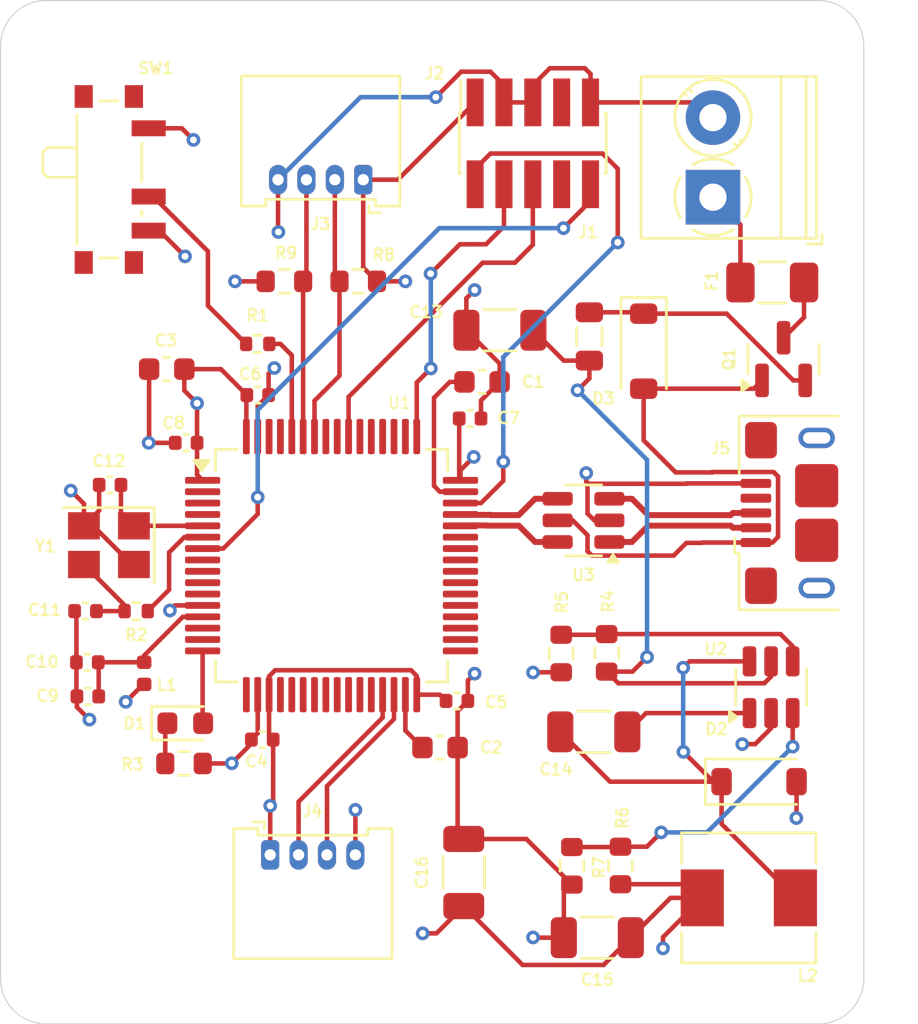
<source format=kicad_pcb>
(kicad_pcb (version 20240108) (generator "pcbnew") (generator_version "8.0")
  (layers (0 "F.Cu" signal) (1 "In1.Cu" power) (2 "In2.Cu" power) (31 "B.Cu" signal) (34 "B.Paste" user) (35 "F.Paste" user) (36 "B.SilkS" user "B.Silkscreen") (37 "F.SilkS" user "F.Silkscreen") (38 "B.Mask" user) (39 "F.Mask" user) (44 "Edge.Cuts" user))
  (net 0 "")
  (net 1 "GND")
  (net 2 "Net-(U1-VCAP_2)")
  (net 3 "Net-(U1-VCAP_1)")
  (net 4 "+3.3V")
  (net 5 "+3.3VA")
  (net 6 "Net-(C11-Pad1)")
  (net 7 "Net-(U1-PH0)")
  (net 8 "Net-(U2-IN)")
  (net 9 "Net-(U2-BST)")
  (net 10 "Net-(D2-K)")
  (net 11 "Net-(D1-K)")
  (net 12 "LED_STATUS")
  (net 13 "+5V")
  (net 14 "Net-(D3-K)")
  (net 15 "Net-(Q1-D)")
  (net 16 "+12V")
  (net 18 "NRST")
  (net 20 "SWO")
  (net 21 "SWCLK")
  (net 22 "SWDIO")
  (net 23 "I2C1_SCL")
  (net 24 "I2C1_SDA")
  (net 25 "UART3_RX")
  (net 26 "UART3_TX")
  (net 28 "/J5D+")
  (net 35 "/J5D-")
  (net 36 "/BOOT0")
  (net 37 "Net-(SW1-B)")
  (net 38 "Net-(U1-PH1)")
  (net 39 "Net-(U2-EN)")
  (net 40 "Net-(U2-FB)")
  (net 73 "USB_D-")
  (net 74 "USB_D+")
  (footprint "Resistor_SMD:R_0603_1608Metric" (layer "F.Cu") (at 147.495 89.3475 180)
    (property "Reference" "R9")
    (property "Value" "2K2")
  )
  (footprint "Connector_Molex:Molex_PicoBlade_53048-0410_1x04_P1.25mm_Horizontal" (layer "F.Cu") (at 150.965 84.8775 180)
    (property "Reference" "J3")
    (property "Value" "Conn_01x04")
  )
  (footprint "Resistor_SMD:R_0603_1608Metric" (layer "F.Cu") (at 161.68 105.6825 -90)
    (property "Reference" "R4")
    (property "Value" "100k")
  )
  (footprint "Capacitor_SMD:C_0402_1005Metric" (layer "F.Cu") (at 143.17 96.4475 180)
    (property "Reference" "C8")
    (property "Value" "100n")
  )
  (footprint "Connector_USB:USB_Micro-B_Amphenol_10118193-0001LF_Horizontal" (layer "F.Cu") (at 170.925 99.5325 90)
    (property "Reference" "J5")
    (property "Value" "USB_B_Micro")
  )
  (footprint "Crystal:Crystal_SMD_3225-4Pin_3.2x2.5mm" (layer "F.Cu") (at 139.77 100.9475 180)
    (property "Reference" "Y1")
    (property "Value" "16 MHz")
  )
  (footprint "Capacitor_SMD:C_1206_3216Metric" (layer "F.Cu") (at 155.39 115.3425 90)
    (property "Reference" "C16")
    (property "Value" "10u")
  )
  (footprint "Capacitor_SMD:C_0402_1005Metric" (layer "F.Cu") (at 138.82 106.0975 180)
    (property "Reference" "C10")
    (property "Value" "100n")
  )
  (footprint "Resistor_SMD:R_0603_1608Metric" (layer "F.Cu") (at 160.15 115.0475 90)
    (property "Reference" "R7")
    (property "Value" "100k")
  )
  (footprint "Resistor_SMD:R_0402_1005Metric" (layer "F.Cu") (at 140.97 103.8475 180)
    (property "Reference" "R2")
    (property "Value" "47")
  )
  (footprint "Capacitor_SMD:C_0402_1005Metric" (layer "F.Cu") (at 139.82 98.2975 180)
    (property "Reference" "C12")
    (property "Value" "10p")
  )
  (footprint "LED_SMD:LED_0603_1608Metric" (layer "F.Cu") (at 143.13 108.7775)
    (property "Reference" "D1")
    (property "Value" "BLUE")
  )
  (footprint "Inductor_SMD:L_Sunlord_MWSA0518S" (layer "F.Cu") (at 167.94 116.4575 180)
    (property "Reference" "L2")
    (property "Value" "10u")
  )
  (footprint "Button_Switch_SMD:SW_SPDT_PCM12" (layer "F.Cu") (at 140.09 84.8675 -90)
    (property "Reference" "SW1")
    (property "Value" "SW_SPDT")
  )
  (footprint "Capacitor_SMD:C_0603_1608Metric" (layer "F.Cu") (at 142.315 93.2075 180)
    (property "Reference" "C3")
    (property "Value" "4u7")
  )
  (footprint "Inductor_SMD:L_0402_1005Metric" (layer "F.Cu") (at 141.32 106.5825 90)
    (property "Reference" "L1")
    (property "Value" "39n")
  )
  (footprint "Connector_PinSocket_1.27mm:PinSocket_2x05_P1.27mm_Vertical_SMD" (layer "F.Cu") (at 158.43 83.2775 90)
    (property "Reference" "J2")
    (property "Value" "Conn_02x05_Odd_Even")
  )
  (footprint "Connector_Molex:Molex_PicoBlade_53048-0410_1x04_P1.25mm_Horizontal" (layer "F.Cu") (at 146.87 114.5675)
    (property "Reference" "J4")
    (property "Value" "Conn_01x04")
  )
  (footprint "Capacitor_SMD:C_1206_3216Metric" (layer "F.Cu") (at 161.27 118.2075 180)
    (property "Reference" "C15")
    (property "Value" "10u")
  )
  (footprint "Capacitor_SMD:C_1206_3216Metric" (layer "F.Cu") (at 156.98 91.4975 180)
    (property "Reference" "C13")
    (property "Value" "10u")
  )
  (footprint "Capacitor_SMD:C_0402_1005Metric" (layer "F.Cu") (at 155.09 107.7975)
    (property "Reference" "C5")
    (property "Value" "100n")
  )
  (footprint "Resistor_SMD:R_0603_1608Metric" (layer "F.Cu") (at 143.075 110.5475)
    (property "Reference" "R3")
    (property "Value" "1K5")
  )
  (footprint "Package_TO_SOT_SMD:SOT-23-6" (layer "F.Cu") (at 168.92 107.195 90)
    (property "Reference" "U2")
    (property "Value" "MP2359DJ-LF-Z")
  )
  (footprint "Capacitor_SMD:C_0402_1005Metric" (layer "F.Cu") (at 146.32 94.3475)
    (property "Reference" "C6")
    (property "Value" "100n")
  )
  (footprint "Capacitor_SMD:C_1206_3216Metric" (layer "F.Cu") (at 161.115 109.1575 180)
    (property "Reference" "C14")
    (property "Value" "10u")
  )
  (footprint "Package_QFP:LQFP-64_10x10mm_P0.5mm" (layer "F.Cu") (at 149.57 101.8475)
    (property "Reference" "U1")
    (property "Value" "STM32F405RG6")
  )
  (footprint "Capacitor_SMD:C_0402_1005Metric" (layer "F.Cu") (at 146.52 109.4975 180)
    (property "Reference" "C4")
    (property "Value" "100n")
  )
  (footprint "Capacitor_SMD:C_0402_1005Metric" (layer "F.Cu") (at 155.67 95.3775)
    (property "Reference" "C7")
    (property "Value" "100n")
  )
  (footprint "Resistor_SMD:R_0603_1608Metric" (layer "F.Cu") (at 162.29 115.0325 -90)
    (property "Reference" "R6")
    (property "Value" "100k")
  )
  (footprint "Inductor_SMD:L_0805_2012Metric" (layer "F.Cu") (at 160.92 91.77 -90)
    (property "Reference" "FB1")
    (property "Value" "600 @ 600 MHz")
  )
  (footprint "Diode_SMD:D_SOD-123" (layer "F.Cu") (at 163.31 92.4175 -90)
    (property "Reference" "D3")
    (property "Value" "B5819W")
  )
  (footprint "Capacitor_SMD:C_0603_1608Metric" (layer "F.Cu") (at 156.195 93.7675)
    (property "Reference" "C1")
    (property "Value" "2u2")
  )
  (footprint "Capacitor_SMD:C_0402_1005Metric" (layer "F.Cu") (at 138.84 107.5975 180)
    (property "Reference" "C9")
    (property "Value" "1u")
  )
  (footprint "Diode_SMD:D_SOD-123" (layer "F.Cu") (at 168.39 111.3475)
    (property "Reference" "D2")
    (property "Value" "B5819W")
  )
  (footprint "Package_TO_SOT_SMD:SOT-23-6" (layer "F.Cu") (at 160.6625 99.8575 180)
    (property "Reference" "U3")
    (property "Value" "USBLC6-2SC6")
  )
  (footprint "Capacitor_SMD:C_0402_1005Metric" (layer "F.Cu") (at 138.74 103.8475 180)
    (property "Reference" "C11")
    (property "Value" "10p")
  )
  (footprint "Fuse:Fuse_1206_3216Metric" (layer "F.Cu") (at 168.97 89.3975 180)
    (property "Reference" "F1")
    (property "Value" "250mA")
  )
  (footprint "TerminalBlock_Phoenix:TerminalBlock_Phoenix_PT-1,5-2-3.5-H_1x02_P3.50mm_Horizontal" (layer "F.Cu") (at 166.36 85.6475 90)
    (property "Reference" "J1")
    (property "Value" "Screw_Terminal_01x02")
  )
  (footprint "Package_TO_SOT_SMD:SOT-23" (layer "F.Cu") (at 169.47 92.765 90)
    (property "Reference" "Q1")
    (property "Value" "AO3401A")
  )
  (footprint "Resistor_SMD:R_0603_1608Metric" (layer "F.Cu") (at 150.745 89.3475)
    (property "Reference" "R8")
    (property "Value" "2K2")
  )
  (footprint "Resistor_SMD:R_0603_1608Metric" (layer "F.Cu") (at 159.68 105.7125 90)
    (property "Reference" "R5")
    (property "Value" "68k")
  )
  (footprint "Capacitor_SMD:C_0603_1608Metric" (layer "F.Cu") (at 154.345 109.8475)
    (property "Reference" "C2")
    (property "Value" "2u2")
  )
  (footprint "Resistor_SMD:R_0402_1005Metric" (layer "F.Cu") (at 146.32 92.0975 180)
    (property "Reference" "R1")
    (property "Value" "R_Small")
  )
  (gr_line (start 173 79) (end 173 120) (stroke (width 0.05)) (layer "Edge.Cuts"))
  (gr_line (start 171 77) (end 137 77) (stroke (width 0.05)) (layer "Edge.Cuts"))
  (gr_line (start 135 79) (end 135 120) (stroke (width 0.05)) (layer "Edge.Cuts"))
  (gr_arc (start 137 122) (mid 135.585786 121.414214) (end 135 120) (stroke (width 0.05)) (layer "Edge.Cuts"))
  (gr_arc (start 135 79) (mid 135.585786 77.585786) (end 137 77) (stroke (width 0.05)) (layer "Edge.Cuts"))
  (gr_arc (start 173 120) (mid 172.414214 121.414214) (end 171 122) (stroke (width 0.05)) (layer "Edge.Cuts"))
  (gr_arc (start 171 77) (mid 172.414214 77.585786) (end 173 79) (stroke (width 0.05)) (layer "Edge.Cuts"))
  (gr_line (start 137 122) (end 171 122) (stroke (width 0.05)) (layer "Edge.Cuts"))
  (segment (start 147.05 93.1575) (end 146.8 93.4075) (width 0.2) (layer "F.Cu") (net 1))
  (segment (start 138.34 107.5775) (end 138.36 107.5975) (width 0.2) (layer "F.Cu") (net 1))
  (segment (start 160.78 98.1475) (end 160.78 97.7775) (width 0.2) (layer "F.Cu") (net 1))
  (segment (start 160.8375 98.29) (end 160.88 98.2475) (width 0.2) (layer "F.Cu") (net 1))
  (segment (start 158.43 80.7225) (end 158.43 81.4775) (width 0.2) (layer "F.Cu") (net 1))
  (segment (start 141.54 96.4275) (end 141.52 96.4475) (width 0.2) (layer "F.Cu") (net 1))
  (segment (start 165.205 98.2325) (end 168.25 98.2325) (width 0.2) (layer "F.Cu") (net 1))
  (segment (start 155.505 91.4975) (end 155.505 90.0925) (width 0.2) (layer "F.Cu") (net 1))
  (segment (start 147.215 84.8775) (end 147.215 87.1625) (width 0.2) (layer "F.Cu") (net 1))
  (segment (start 155.12 109.8475) (end 155.12 113.5975) (width 0.2) (layer "F.Cu") (net 1))
  (segment (start 146.32 109.2175) (end 146.32 107.5225) (width 0.2) (layer "F.Cu") (net 1))
  (segment (start 165.69 81.4775) (end 166.36 82.1475) (width 0.2) (layer "F.Cu") (net 1))
  (segment (start 138.67 100.0975) (end 138.67 99.1275) (width 0.2) (layer "F.Cu") (net 1))
  (segment (start 140.78 101.7975) (end 140.87 101.7975) (width 0.2) (layer "F.Cu") (net 1))
  (segment (start 156.565 80.1275) (end 155.28 80.1275) (width 0.2) (layer "F.Cu") (net 1))
  (segment (start 155.505 90.0925) (end 155.87 89.7275) (width 0.2) (layer "F.Cu") (net 1))
  (segment (start 141.52 87.1175) (end 141.99 87.1175) (width 0.2) (layer "F.Cu") (net 1))
  (segment (start 146.04 109.4975) (end 146.04 109.6775) (width 0.2) (layer "F.Cu") (net 1))
  (segment (start 139.34 99.4275) (end 138.67 100.0975) (width 0.2) (layer "F.Cu") (net 1))
  (segment (start 159.795 116.2275) (end 160.15 115.8725) (width 0.2) (layer "F.Cu") (net 1))
  (segment (start 160.8375 99.557499) (end 160.8375 98.29) (width 0.2) (layer "F.Cu") (net 1))
  (segment (start 138.36 108.0675) (end 138.91 108.6175) (width 0.2) (layer "F.Cu") (net 1))
  (segment (start 155.57 106.8975) (end 155.87 106.5975) (width 0.2) (layer "F.Cu") (net 1))
  (segment (start 160.72 79.9775) (end 159.175 79.9775) (width 0.2) (layer "F.Cu") (net 1))
  (segment (start 158.45 118.2075) (end 158.44 118.1975) (width 0.2) (layer "F.Cu") (net 1))
  (segment (start 156.97 93.7675) (end 156.97 92.9625) (width 0.2) (layer "F.Cu") (net 1))
  (segment (start 138.36 107.5975) (end 138.36 108.0675) (width 0.2) (layer "F.Cu") (net 1))
  (segment (start 147.215 87.1625) (end 147.23 87.1775) (width 0.2) (layer "F.Cu") (net 1))
  (segment (start 160.97 81.4775) (end 160.97 80.2275) (width 0.2) (layer "F.Cu") (net 1))
  (segment (start 161.8 99.8575) (end 161.137501 99.8575) (width 0.2) (layer "F.Cu") (net 1))
  (segment (start 138.67 100.0975) (end 139.08 100.0975) (width 0.2) (layer "F.Cu") (net 1))
  (segment (start 161.137501 99.8575) (end 160.8375 99.557499) (width 0.2) (layer "F.Cu") (net 1))
  (segment (start 141.54 93.2075) (end 141.54 96.4275) (width 0.2) (layer "F.Cu") (net 1))
  (segment (start 141.99 87.1175) (end 143.12 88.2475) (width 0.2) (layer "F.Cu") (net 1))
  (segment (start 159.795 118.2075) (end 159.795 116.2275) (width 0.2) (layer "F.Cu") (net 1))
  (segment (start 146.04 109.4975) (end 146.32 109.2175) (width 0.2) (layer "F.Cu") (net 1))
  (segment (start 139.08 100.0975) (end 140.78 101.7975) (width 0.2) (layer "F.Cu") (net 1))
  (segment (start 159.68 106.5375) (end 158.45 106.5375) (width 0.2) (layer "F.Cu") (net 1))
  (segment (start 146.04 109.6775) (end 145.18 110.5375) (width 0.2) (layer "F.Cu") (net 1))
  (segment (start 155.12 113.5975) (end 155.39 113.8675) (width 0.2) (layer "F.Cu") (net 1))
  (segment (start 143.895 103.5975) (end 142.676471 103.5975) (width 0.2) (layer "F.Cu") (net 1))
  (segment (start 146.32 96.1725) (end 146.32 94.8275) (width 0.2) (layer "F.Cu") (net 1))
  (segment (start 158.43 81.4775) (end 157.16 81.4775) (width 0.2) (layer "F.Cu") (net 1))
  (segment (start 156.97 92.9625) (end 155.505 91.4975) (width 0.2) (layer "F.Cu") (net 1))
  (segment (start 156.15 95.3775) (end 156.15 94.5875) (width 0.2) (layer "F.Cu") (net 1))
  (segment (start 138.34 103.9275) (end 138.26 103.8475) (width 0.2) (layer "F.Cu") (net 1))
  (segment (start 160.88 98.2475) (end 165.19 98.2475) (width 0.2) (layer "F.Cu") (net 1))
  (segment (start 158.45 106.5375) (end 158.44 106.5475) (width 0.2) (layer "F.Cu") (net 1))
  (segment (start 168.217499 109.6975) (end 167.65 109.6975) (width 0.2) (layer "F.Cu") (net 1))
  (segment (start 155.57 107.7975) (end 155.57 106.8975) (width 0.2) (layer "F.Cu") (net 1))
  (segment (start 146.32 94.8275) (end 146.8 94.3475) (width 0.2) (layer "F.Cu") (net 1))
  (segment (start 142.69 96.4475) (end 141.52 96.4475) (width 0.2) (layer "F.Cu") (net 1))
  (segment (start 170.04 112.9375) (end 170.03 112.9475) (width 0.2) (layer "F.Cu") (net 1))
  (segment (start 159.795 118.2075) (end 158.45 118.2075) (width 0.2) (layer "F.Cu") (net 1))
  (segment (start 155.28 80.1275) (end 154.16 81.2475) (width 0.2) (layer "F.Cu") (net 1))
  (segment (start 138.34 106.0975) (end 138.34 107.5775) (width 0.2) (layer "F.Cu") (net 1))
  (segment (start 158.145 113.8675) (end 160.15 115.8725) (width 0.2) (layer "F.Cu") (net 1))
  (segment (start 150.62 114.5675) (end 150.62 112.5875) (width 0.2) (layer "F.Cu") (net 1))
  (segment (start 142.676471 103.5975) (end 142.454596 103.819375) (width 0.2) (layer "F.Cu") (net 1))
  (segment (start 168.92 108.3325) (end 168.92 108.994999) (width 0.2) (layer "F.Cu") (net 1))
  (segment (start 168.92 108.994999) (end 168.217499 109.6975) (width 0.2) (layer "F.Cu") (net 1))
  (segment (start 139.34 98.2975) (end 139.34 99.4275) (width 0.2) (layer "F.Cu") (net 1))
  (segment (start 155.39 113.8675) (end 158.145 113.8675) (width 0.2) (layer "F.Cu") (net 1))
  (segment (start 155.12 108.2475) (end 155.57 107.7975) (width 0.2) (layer "F.Cu") (net 1))
  (segment (start 157.16 81.4775) (end 157.16 80.7225) (width 0.2) (layer "F.Cu") (net 1))
  (segment (start 156.15 94.5875) (end 156.97 93.7675) (width 0.2) (layer "F.Cu") (net 1))
  (segment (start 159.175 79.9775) (end 158.43 80.7225) (width 0.2) (layer "F.Cu") (net 1))
  (segment (start 160.88 98.2475) (end 160.78 98.1475) (width 0.2) (layer "F.Cu") (net 1))
  (segment (start 138.34 106.0975) (end 138.34 103.9275) (width 0.2) (layer "F.Cu") (net 1))
  (segment (start 160.97 80.2275) (end 160.72 79.9775) (width 0.2) (layer "F.Cu") (net 1))
  (segment (start 155.12 109.8475) (end 155.12 108.2475) (width 0.2) (layer "F.Cu") (net 1))
  (segment (start 146.8 93.4075) (end 146.8 94.3475) (width 0.2) (layer "F.Cu") (net 1))
  (segment (start 160.97 81.4775) (end 165.69 81.4775) (width 0.2) (layer "F.Cu") (net 1))
  (segment (start 145.17 110.5475) (end 145.18 110.5375) (width 0.2) (layer "F.Cu") (net 1))
  (segment (start 143.9 110.5475) (end 145.17 110.5475) (width 0.2) (layer "F.Cu") (net 1))
  (segment (start 138.67 99.1275) (end 138.09 98.5475) (width 0.2) (layer "F.Cu") (net 1))
  (segment (start 170.04 111.3475) (end 170.04 112.9375) (width 0.2) (layer "F.Cu") (net 1))
  (segment (start 157.16 80.7225) (end 156.565 80.1275) (width 0.2) (layer "F.Cu") (net 1))
  (segment (start 165.19 98.2475) (end 165.205 98.2325) (width 0.2) (layer "F.Cu") (net 1))
  (via (at 143.12 88.2475) (size 0.6) (drill 0.3) (layers "F.Cu" "B.Cu") (net 1))
  (via (at 147.23 87.1775) (size 0.6) (drill 0.3) (layers "F.Cu" "B.Cu") (net 1))
  (via (at 145.18 110.5375) (size 0.6) (drill 0.3) (layers "F.Cu" "B.Cu") (net 1))
  (via (at 141.52 96.4475) (size 0.6) (drill 0.3) (layers "F.Cu" "B.Cu") (net 1))
  (via (at 138.91 108.6175) (size 0.6) (drill 0.3) (layers "F.Cu" "B.Cu") (net 1))
  (via (at 150.62 112.5875) (size 0.6) (drill 0.3) (layers "F.Cu" "B.Cu") (net 1))
  (via (at 142.454596 103.819375) (size 0.6) (drill 0.3) (layers "F.Cu" "B.Cu") (net 1))
  (via (at 167.65 109.6975) (size 0.6) (drill 0.3) (layers "F.Cu" "B.Cu") (net 1))
  (via (at 155.87 89.7275) (size 0.6) (drill 0.3) (layers "F.Cu" "B.Cu") (net 1))
  (via (at 147.05 93.1575) (size 0.6) (drill 0.3) (layers "F.Cu" "B.Cu") (net 1))
  (via (at 158.44 118.1975) (size 0.6) (drill 0.3) (layers "F.Cu" "B.Cu") (net 1))
  (via (at 138.09 98.5475) (size 0.6) (drill 0.3) (layers "F.Cu" "B.Cu") (net 1))
  (via (at 160.78 97.7775) (size 0.6) (drill 0.3) (layers "F.Cu" "B.Cu") (net 1))
  (via (at 154.16 81.2475) (size 0.6) (drill 0.3) (layers "F.Cu" "B.Cu") (net 1))
  (via (at 170.03 112.9475) (size 0.6) (drill 0.3) (layers "F.Cu" "B.Cu") (net 1))
  (via (at 158.44 106.5475) (size 0.6) (drill 0.3) (layers "F.Cu" "B.Cu") (net 1))
  (via (at 155.87 106.5975) (size 0.6) (drill 0.3) (layers "F.Cu" "B.Cu") (net 1))
  (segment (start 147.215 84.8775) (end 150.845 81.2475) (width 0.2) (layer "B.Cu") (net 1))
  (segment (start 150.845 81.2475) (end 154.16 81.2475) (width 0.2) (layer "B.Cu") (net 1))
  (segment (start 154.78 93.7675) (end 154.08 94.4675) (width 0.2) (layer "F.Cu") (net 2))
  (segment (start 154.08 94.4675) (end 154.08 98.33991) (width 0.2) (layer "F.Cu") (net 2))
  (segment (start 154.08 98.33991) (end 154.33759 98.5975) (width 0.2) (layer "F.Cu") (net 2))
  (segment (start 154.33759 98.5975) (end 155.245 98.5975) (width 0.2) (layer "F.Cu") (net 2))
  (segment (start 155.42 93.7675) (end 154.78 93.7675) (width 0.2) (layer "F.Cu") (net 2))
  (segment (start 152.82 109.0975) (end 152.82 107.5225) (width 0.2) (layer "F.Cu") (net 3))
  (segment (start 153.57 109.8475) (end 152.82 109.0975) (width 0.2) (layer "F.Cu") (net 3))
  (segment (start 143.65 96.4475) (end 143.65 94.7075) (width 0.2) (layer "F.Cu") (net 4))
  (segment (start 146.82 107.5225) (end 146.82 106.71509) (width 0.2) (layer "F.Cu") (net 4))
  (segment (start 151.57 89.3475) (end 152.82 89.3475) (width 0.2) (layer "F.Cu") (net 4))
  (segment (start 142.98 82.6175) (end 143.49 83.1275) (width 0.2) (layer "F.Cu") (net 4))
  (segment (start 153.32 106.6975) (end 153.32 107.5225) (width 0.2) (layer "F.Cu") (net 4))
  (segment (start 155.39 116.8175) (end 154.19 118.0175) (width 0.2) (layer "F.Cu") (net 4))
  (segment (start 154.62 107.7875) (end 154.61 107.7975) (width 0.2) (layer "F.Cu") (net 4))
  (segment (start 146.87 114.5675) (end 146.87 112.4075) (width 0.2) (layer "F.Cu") (net 4))
  (segment (start 145.82 94.3675) (end 145.84 94.3475) (width 0.2) (layer "F.Cu") (net 4))
  (segment (start 150.965 88.7425) (end 151.57 89.3475) (width 0.2) (layer "F.Cu") (net 4))
  (segment (start 162.745 118.2075) (end 164.495 116.4575) (width 0.2) (layer "F.Cu") (net 4))
  (segment (start 143.65 96.4475) (end 143.65 97.8525) (width 0.2) (layer "F.Cu") (net 4))
  (segment (start 155.245 98.0975) (end 155.245 97.6525) (width 0.2) (layer "F.Cu") (net 4))
  (segment (start 143.09 93.2075) (end 143.09 94.1475) (width 0.2) (layer "F.Cu") (net 4))
  (segment (start 146.82 109.3175) (end 146.82 107.5225) (width 0.2) (layer "F.Cu") (net 4))
  (segment (start 146.82 106.71509) (end 147.08759 106.4475) (width 0.2) (layer "F.Cu") (net 4))
  (segment (start 147 109.4975) (end 146.82 109.3175) (width 0.2) (layer "F.Cu") (net 4))
  (segment (start 143.09 94.1475) (end 143.65 94.7075) (width 0.2) (layer "F.Cu") (net 4))
  (segment (start 155.245 97.6525) (end 155.83 97.0675) (width 0.2) (layer "F.Cu") (net 4))
  (segment (start 150.965 84.8775) (end 150.965 88.7425) (width 0.2) (layer "F.Cu") (net 4))
  (segment (start 152.49 84.8775) (end 150.965 84.8775) (width 0.2) (layer "F.Cu") (net 4))
  (segment (start 147.08759 106.4475) (end 153.07 106.4475) (width 0.2) (layer "F.Cu") (net 4))
  (segment (start 155.19 95.3775) (end 155.19 98.0425) (width 0.2) (layer "F.Cu") (net 4))
  (segment (start 141.52 82.6175) (end 142.98 82.6175) (width 0.2) (layer "F.Cu") (net 4))
  (segment (start 154.19 118.0175) (end 153.58 118.0175) (width 0.2) (layer "F.Cu") (net 4))
  (segment (start 141.32 107.0675) (end 141.28 107.0675) (width 0.2) (layer "F.Cu") (net 4))
  (segment (start 144.7 93.2075) (end 145.84 94.3475) (width 0.2) (layer "F.Cu") (net 4))
  (segment (start 145.82 96.1725) (end 145.82 94.3675) (width 0.2) (layer "F.Cu") (net 4))
  (segment (start 154.335 107.5225) (end 154.61 107.7975) (width 0.2) (layer "F.Cu") (net 4))
  (segment (start 165.29 115.8575) (end 165.89 116.4575) (width 0.2) (layer "F.Cu") (net 4))
  (segment (start 146.67 89.3475) (end 145.32 89.3475) (width 0.2) (layer "F.Cu") (net 4))
  (segment (start 143.65 97.8525) (end 143.895 98.0975) (width 0.2) (layer "F.Cu") (net 4))
  (segment (start 157.98 119.4075) (end 161.545 119.4075) (width 0.2) (layer "F.Cu") (net 4))
  (segment (start 164.16 118.1875) (end 164.16 118.6775) (width 0.2) (layer "F.Cu") (net 4))
  (segment (start 153.32 107.5225) (end 154.335 107.5225) (width 0.2) (layer "F.Cu") (net 4))
  (segment (start 165.89 116.4575) (end 164.16 118.1875) (width 0.2) (layer "F.Cu") (net 4))
  (segment (start 147 112.2775) (end 146.87 112.4075) (width 0.2) (layer "F.Cu") (net 4))
  (segment (start 141.28 107.0675) (end 140.51 107.8375) (width 0.2) (layer "F.Cu") (net 4))
  (segment (start 155.89 81.4775) (end 152.49 84.8775) (width 0.2) (layer "F.Cu") (net 4))
  (segment (start 155.39 116.8175) (end 157.98 119.4075) (width 0.2) (layer "F.Cu") (net 4))
  (segment (start 153.07 106.4475) (end 153.32 106.6975) (width 0.2) (layer "F.Cu") (net 4))
  (segment (start 147 109.4975) (end 147 112.2775) (width 0.2) (layer "F.Cu") (net 4))
  (segment (start 143.09 93.2075) (end 144.7 93.2075) (width 0.2) (layer "F.Cu") (net 4))
  (segment (start 161.545 119.4075) (end 162.745 118.2075) (width 0.2) (layer "F.Cu") (net 4))
  (segment (start 162.29 115.8575) (end 165.29 115.8575) (width 0.2) (layer "F.Cu") (net 4))
  (segment (start 164.495 116.4575) (end 165.89 116.4575) (width 0.2) (layer "F.Cu") (net 4))
  (segment (start 155.19 98.0425) (end 155.245 98.0975) (width 0.2) (layer "F.Cu") (net 4))
  (via (at 152.82 89.3475) (size 0.6) (drill 0.3) (layers "F.Cu" "B.Cu") (net 4))
  (via (at 155.83 97.0675) (size 0.6) (drill 0.3) (layers "F.Cu" "B.Cu") (net 4))
  (via (at 140.51 107.8375) (size 0.6) (drill 0.3) (layers "F.Cu" "B.Cu") (net 4))
  (via (at 143.49 83.1275) (size 0.6) (drill 0.3) (layers "F.Cu" "B.Cu") (net 4))
  (via (at 146.87 112.4075) (size 0.6) (drill 0.3) (layers "F.Cu" "B.Cu") (net 4))
  (via (at 145.32 89.3475) (size 0.6) (drill 0.3) (layers "F.Cu" "B.Cu") (net 4))
  (via (at 164.16 118.6775) (size 0.6) (drill 0.3) (layers "F.Cu" "B.Cu") (net 4))
  (via (at 143.65 94.7075) (size 0.6) (drill 0.3) (layers "F.Cu" "B.Cu") (net 4))
  (via (at 153.58 118.0175) (size 0.6) (drill 0.3) (layers "F.Cu" "B.Cu") (net 4))
  (segment (start 143.025001 104.0975) (end 143.895 104.0975) (width 0.2) (layer "F.Cu") (net 5))
  (segment (start 141.32 106.0975) (end 141.32 105.802501) (width 0.2) (layer "F.Cu") (net 5))
  (segment (start 139.3 106.0975) (end 141.32 106.0975) (width 0.2) (layer "F.Cu") (net 5))
  (segment (start 139.32 106.1175) (end 139.3 106.0975) (width 0.2) (layer "F.Cu") (net 5))
  (segment (start 139.32 107.5975) (end 139.32 106.1175) (width 0.2) (layer "F.Cu") (net 5))
  (segment (start 141.32 105.802501) (end 143.025001 104.0975) (width 0.2) (layer "F.Cu") (net 5))
  (segment (start 138.66 101.8075) (end 138.67 101.7975) (width 0.2) (layer "F.Cu") (net 6))
  (segment (start 139.22 103.8475) (end 140.46 103.8475) (width 0.2) (layer "F.Cu") (net 6))
  (segment (start 140.46 103.5875) (end 140.46 103.8475) (width 0.2) (layer "F.Cu") (net 6))
  (segment (start 138.67 101.7975) (end 140.46 103.5875) (width 0.2) (layer "F.Cu") (net 6))
  (segment (start 140.87 100.0975) (end 143.895 100.0975) (width 0.2) (layer "F.Cu") (net 7))
  (segment (start 140.3 99.5275) (end 140.87 100.0975) (width 0.2) (layer "F.Cu") (net 7))
  (segment (start 140.3 98.2975) (end 140.3 99.5275) (width 0.2) (layer "F.Cu") (net 7))
  (segment (start 162.1925 107.02) (end 168.619999 107.02) (width 0.2) (layer "F.Cu") (net 8))
  (segment (start 168.92 106.719999) (end 168.92 106.0575) (width 0.2) (layer "F.Cu") (net 8))
  (segment (start 161.68 106.5075) (end 162.1925 107.02) (width 0.2) (layer "F.Cu") (net 8))
  (segment (start 168.619999 107.02) (end 168.92 106.719999) (width 0.2) (layer "F.Cu") (net 8))
  (segment (start 159.79 92.8325) (end 158.455 91.4975) (width 0.2) (layer "F.Cu") (net 8))
  (segment (start 160.92 93.6175) (end 160.4 94.1375) (width 0.2) (layer "F.Cu") (net 8))
  (segment (start 160.92 92.8325) (end 160.92 93.6175) (width 0.2) (layer "F.Cu") (net 8))
  (segment (start 162.82 106.5075) (end 161.68 106.5075) (width 0.2) (layer "F.Cu") (net 8))
  (segment (start 163.46 105.8675) (end 162.82 106.5075) (width 0.2) (layer "F.Cu") (net 8))
  (segment (start 160.92 92.8325) (end 159.79 92.8325) (width 0.2) (layer "F.Cu") (net 8))
  (via (at 163.46 105.8675) (size 0.6) (drill 0.3) (layers "F.Cu" "B.Cu") (net 8))
  (via (at 160.4 94.1375) (size 0.6) (drill 0.3) (layers "F.Cu" "B.Cu") (net 8))
  (segment (start 160.4 94.1375) (end 163.46 97.1975) (width 0.2) (layer "B.Cu") (net 8))
  (segment (start 163.46 97.1975) (end 163.46 105.8675) (width 0.2) (layer "B.Cu") (net 8))
  (segment (start 162.59 109.1575) (end 163.415 108.3325) (width 0.2) (layer "F.Cu") (net 9))
  (segment (start 163.415 108.3325) (end 167.97 108.3325) (width 0.2) (layer "F.Cu") (net 9))
  (segment (start 166.37 111.3475) (end 166.74 111.3475) (width 0.2) (layer "F.Cu") (net 10))
  (segment (start 165.33 106.0575) (end 165.05 106.3375) (width 0.2) (layer "F.Cu") (net 10))
  (segment (start 166.74 111.3475) (end 161.83 111.3475) (width 0.2) (layer "F.Cu") (net 10))
  (segment (start 166.74 113.2075) (end 169.99 116.4575) (width 0.2) (layer "F.Cu") (net 10))
  (segment (start 166.74 111.3475) (end 166.74 113.2075) (width 0.2) (layer "F.Cu") (net 10))
  (segment (start 165.06 110.0375) (end 166.37 111.3475) (width 0.2) (layer "F.Cu") (net 10))
  (segment (start 167.97 106.0575) (end 165.33 106.0575) (width 0.2) (layer "F.Cu") (net 10))
  (segment (start 161.83 111.3475) (end 159.64 109.1575) (width 0.2) (layer "F.Cu") (net 10))
  (via (at 165.05 106.3375) (size 0.6) (drill 0.3) (layers "F.Cu" "B.Cu") (net 10))
  (via (at 165.06 110.0375) (size 0.6) (drill 0.3) (layers "F.Cu" "B.Cu") (net 10))
  (segment (start 165.05 110.0275) (end 165.06 110.0375) (width 0.2) (layer "B.Cu") (net 10))
  (segment (start 165.05 106.3375) (end 165.05 110.0275) (width 0.2) (layer "B.Cu") (net 10))
  (segment (start 142.25 108.87) (end 142.3425 108.7775) (width 0.2) (layer "F.Cu") (net 11))
  (segment (start 142.25 110.5475) (end 142.25 108.87) (width 0.2) (layer "F.Cu") (net 11))
  (segment (start 143.895 108.755) (end 143.9175 108.7775) (width 0.2) (layer "F.Cu") (net 12))
  (segment (start 143.895 105.5975) (end 143.895 108.755) (width 0.2) (layer "F.Cu") (net 12))
  (segment (start 164.63 101.4075) (end 165.19 100.8475) (width 0.2) (layer "F.Cu") (net 13))
  (segment (start 161.03 101.4075) (end 164.63 101.4075) (width 0.2) (layer "F.Cu") (net 13))
  (segment (start 159.525 99.8575) (end 160.187499 99.8575) (width 0.2) (layer "F.Cu") (net 13))
  (segment (start 165.879999 100.8325) (end 168.25 100.8325) (width 0.2) (layer "F.Cu") (net 13))
  (segment (start 166.325 97.7325) (end 169.03 97.7325) (width 0.2) (layer "F.Cu") (net 13))
  (segment (start 169.225 97.9275) (end 169.225 100.5875) (width 0.2) (layer "F.Cu") (net 13))
  (segment (start 168.155 94.0675) (end 168.52 93.7025) (width 0.2) (layer "F.Cu") (net 13))
  (segment (start 169.03 97.7325) (end 169.225 97.9275) (width 0.2) (layer "F.Cu") (net 13))
  (segment (start 169.225 100.5875) (end 168.98 100.8325) (width 0.2) (layer "F.Cu") (net 13))
  (segment (start 166.31 97.7475) (end 166.325 97.7325) (width 0.2) (layer "F.Cu") (net 13))
  (segment (start 160.8375 101.215) (end 161.03 101.4075) (width 0.2) (layer "F.Cu") (net 13))
  (segment (start 168.98 100.8325) (end 168.25 100.8325) (width 0.2) (layer "F.Cu") (net 13))
  (segment (start 163.31 96.3375) (end 164.72 97.7475) (width 0.2) (layer "F.Cu") (net 13))
  (segment (start 163.31 94.0675) (end 163.31 96.3375) (width 0.2) (layer "F.Cu") (net 13))
  (segment (start 165.864999 100.8475) (end 165.19 100.8475) (width 0.2) (layer "F.Cu") (net 13))
  (segment (start 165.864999 100.8475) (end 165.879999 100.8325) (width 0.2) (layer "F.Cu") (net 13))
  (segment (start 163.31 94.0675) (end 168.155 94.0675) (width 0.2) (layer "F.Cu") (net 13))
  (segment (start 166.31 97.7475) (end 166.32 97.7575) (width 0.2) (layer "F.Cu") (net 13))
  (segment (start 164.72 97.7475) (end 166.31 97.7475) (width 0.2) (layer "F.Cu") (net 13))
  (segment (start 160.187499 99.8575) (end 160.8375 100.507501) (width 0.2) (layer "F.Cu") (net 13))
  (segment (start 160.8375 100.507501) (end 160.8375 101.215) (width 0.2) (layer "F.Cu") (net 13))
  (segment (start 163.25 90.7075) (end 163.31 90.7675) (width 0.2) (layer "F.Cu") (net 14))
  (segment (start 169.898052 93.7025) (end 166.963052 90.7675) (width 0.2) (layer "F.Cu") (net 14))
  (segment (start 166.963052 90.7675) (end 163.31 90.7675) (width 0.2) (layer "F.Cu") (net 14))
  (segment (start 170.42 93.7025) (end 169.898052 93.7025) (width 0.2) (layer "F.Cu") (net 14))
  (segment (start 160.92 90.7075) (end 163.25 90.7075) (width 0.2) (layer "F.Cu") (net 14))
  (segment (start 170.37 90.9275) (end 169.47 91.8275) (width 0.2) (layer "F.Cu") (net 15))
  (segment (start 170.37 89.3975) (end 170.37 90.9275) (width 0.2) (layer "F.Cu") (net 15))
  (segment (start 167.57 86.8575) (end 166.36 85.6475) (width 0.2) (layer "F.Cu") (net 16))
  (segment (start 167.57 89.3975) (end 167.57 86.8575) (width 0.2) (layer "F.Cu") (net 16))
  (segment (start 146.32 98.8375) (end 146.32 99.57991) (width 0.2) (layer "F.Cu") (net 18))
  (segment (start 144.80241 101.0975) (end 143.895 101.0975) (width 0.2) (layer "F.Cu") (net 18))
  (segment (start 160.97 85.8175) (end 159.78 87.0075) (width 0.2) (layer "F.Cu") (net 18))
  (segment (start 160.97 85.0775) (end 160.97 85.8175) (width 0.2) (layer "F.Cu") (net 18))
  (segment (start 146.32 99.57991) (end 144.80241 101.0975) (width 0.2) (layer "F.Cu") (net 18))
  (via (at 146.32 98.8375) (size 0.6) (drill 0.3) (layers "F.Cu" "B.Cu") (net 18))
  (via (at 159.78 87.0075) (size 0.6) (drill 0.3) (layers "F.Cu" "B.Cu") (net 18))
  (segment (start 146.32 94.998971) (end 146.32 98.8375) (width 0.2) (layer "B.Cu") (net 18))
  (segment (start 159.78 87.0075) (end 154.311471 87.0075) (width 0.2) (layer "B.Cu") (net 18))
  (segment (start 154.311471 87.0075) (end 146.32 94.998971) (width 0.2) (layer "B.Cu") (net 18))
  (segment (start 156.221471 88.5275) (end 150.32 94.428971) (width 0.2) (layer "F.Cu") (net 20))
  (segment (start 157.64 88.5275) (end 156.221471 88.5275) (width 0.2) (layer "F.Cu") (net 20))
  (segment (start 150.32 94.428971) (end 150.32 96.1725) (width 0.2) (layer "F.Cu") (net 20))
  (segment (start 158.43 85.0775) (end 158.43 87.7375) (width 0.2) (layer "F.Cu") (net 20))
  (segment (start 158.43 87.7375) (end 157.64 88.5275) (width 0.2) (layer "F.Cu") (net 20))
  (segment (start 157.16 86.9275) (end 157.09 86.9975) (width 0.2) (layer "F.Cu") (net 21))
  (segment (start 157.09 86.9975) (end 156.37 87.7175) (width 0.2) (layer "F.Cu") (net 21))
  (segment (start 153.32 93.7975) (end 153.32 96.1725) (width 0.2) (layer "F.Cu") (net 21))
  (segment (start 157.16 85.0775) (end 157.16 86.9275) (width 0.2) (layer "F.Cu") (net 21))
  (segment (start 155.22 87.7175) (end 153.93 89.0075) (width 0.2) (layer "F.Cu") (net 21))
  (segment (start 153.94 93.1775) (end 153.32 93.7975) (width 0.2) (layer "F.Cu") (net 21))
  (segment (start 156.37 87.7175) (end 155.65 87.7175) (width 0.2) (layer "F.Cu") (net 21))
  (segment (start 155.65 87.7175) (end 155.22 87.7175) (width 0.2) (layer "F.Cu") (net 21))
  (via (at 153.93 89.0075) (size 0.6) (drill 0.3) (layers "F.Cu" "B.Cu") (net 21))
  (via (at 153.94 93.1775) (size 0.6) (drill 0.3) (layers "F.Cu" "B.Cu") (net 21))
  (segment (start 153.93 89.0075) (end 153.94 89.0175) (width 0.2) (layer "B.Cu") (net 21))
  (segment (start 153.94 89.0175) (end 153.94 93.1775) (width 0.2) (layer "B.Cu") (net 21))
  (segment (start 155.89 84.4025) (end 156.565 83.7275) (width 0.2) (layer "F.Cu") (net 22))
  (segment (start 157.13 98.11991) (end 156.15241 99.0975) (width 0.2) (layer "F.Cu") (net 22))
  (segment (start 156.15241 99.0975) (end 155.245 99.0975) (width 0.2) (layer "F.Cu") (net 22))
  (segment (start 157.13 97.2775) (end 157.13 98.11991) (width 0.2) (layer "F.Cu") (net 22))
  (segment (start 156.565 83.7275) (end 161.5 83.7275) (width 0.2) (layer "F.Cu") (net 22))
  (segment (start 161.5 83.7275) (end 162.17 84.3975) (width 0.2) (layer "F.Cu") (net 22))
  (segment (start 162.17 84.3975) (end 162.17 87.6375) (width 0.2) (layer "F.Cu") (net 22))
  (segment (start 155.89 85.0775) (end 155.89 84.4025) (width 0.2) (layer "F.Cu") (net 22))
  (via (at 162.17 87.6375) (size 0.6) (drill 0.3) (layers "F.Cu" "B.Cu") (net 22))
  (via (at 157.13 97.2775) (size 0.6) (drill 0.3) (layers "F.Cu" "B.Cu") (net 22))
  (segment (start 162.17 87.6375) (end 157.13 92.6775) (width 0.2) (layer "B.Cu") (net 22))
  (segment (start 157.13 92.6775) (end 157.13 97.2775) (width 0.2) (layer "B.Cu") (net 22))
  (segment (start 149.715 84.8775) (end 149.715 89.1425) (width 0.2) (layer "F.Cu") (net 23))
  (segment (start 149.92 93.4975) (end 149.92 89.3475) (width 0.2) (layer "F.Cu") (net 23))
  (segment (start 148.82 96.1725) (end 148.82 94.5975) (width 0.2) (layer "F.Cu") (net 23))
  (segment (start 148.82 94.5975) (end 149.92 93.4975) (width 0.2) (layer "F.Cu") (net 23))
  (segment (start 149.715 89.1425) (end 149.92 89.3475) (width 0.2) (layer "F.Cu") (net 23))
  (segment (start 148.465 84.8775) (end 148.465 89.2025) (width 0.2) (layer "F.Cu") (net 24))
  (segment (start 148.465 89.2025) (end 148.32 89.3475) (width 0.2) (layer "F.Cu") (net 24))
  (segment (start 148.32 96.1725) (end 148.32 89.3475) (width 0.2) (layer "F.Cu") (net 24))
  (segment (start 149.37 111.543186) (end 152.32 108.593186) (width 0.2) (layer "F.Cu") (net 25))
  (segment (start 149.37 114.5675) (end 149.37 111.543186) (width 0.2) (layer "F.Cu") (net 25))
  (segment (start 152.32 108.593186) (end 152.32 107.5225) (width 0.2) (layer "F.Cu") (net 25))
  (segment (start 148.12 112.2275) (end 151.82 108.5275) (width 0.2) (layer "F.Cu") (net 26))
  (segment (start 148.12 114.5675) (end 148.12 112.2275) (width 0.2) (layer "F.Cu") (net 26))
  (segment (start 151.82 108.5275) (end 151.82 107.5225) (width 0.2) (layer "F.Cu") (net 26))
  (segment (start 167.144655 99.625344) (end 163.511595 99.625344) (width 0.261112) (layer "F.Cu") (net 28))
  (segment (start 168.25 99.5325) (end 167.237499 99.5325) (width 0.261112) (layer "F.Cu") (net 28))
  (segment (start 167.237499 99.5325) (end 167.144655 99.625344) (width 0.261112) (layer "F.Cu") (net 28))
  (segment (start 162.793751 98.9075) (end 161.8 98.9075) (width 0.261112) (layer "F.Cu") (net 28))
  (segment (start 163.511595 99.625344) (end 162.793751 98.9075) (width 0.261112) (layer "F.Cu") (net 28))
  (segment (start 167.237499 100.1825) (end 167.144655 100.089656) (width 0.261112) (layer "F.Cu") (net 35))
  (segment (start 163.511595 100.089656) (end 162.793751 100.8075) (width 0.261112) (layer "F.Cu") (net 35))
  (segment (start 168.25 100.1825) (end 167.237499 100.1825) (width 0.261112) (layer "F.Cu") (net 35))
  (segment (start 162.793751 100.8075) (end 161.8 100.8075) (width 0.261112) (layer "F.Cu") (net 35))
  (segment (start 167.144655 100.089656) (end 163.511595 100.089656) (width 0.261112) (layer "F.Cu") (net 35))
  (segment (start 147.32 92.0975) (end 147.82 92.5975) (width 0.2) (layer "F.Cu") (net 36))
  (segment (start 147.82 92.5975) (end 147.82 96.1725) (width 0.2) (layer "F.Cu") (net 36))
  (segment (start 146.83 92.0975) (end 147.32 92.0975) (width 0.2) (layer "F.Cu") (net 36))
  (segment (start 144.127648 90.415148) (end 145.81 92.0975) (width 0.2) (layer "F.Cu") (net 37))
  (segment (start 144.127648 88.025148) (end 144.127648 90.415148) (width 0.2) (layer "F.Cu") (net 37))
  (segment (start 141.52 85.6175) (end 141.72 85.6175) (width 0.2) (layer "F.Cu") (net 37))
  (segment (start 141.72 85.6175) (end 144.127648 88.025148) (width 0.2) (layer "F.Cu") (net 37))
  (segment (start 142.42 101.26509) (end 143.08759 100.5975) (width 0.2) (layer "F.Cu") (net 38))
  (segment (start 143.845 100.5475) (end 143.895 100.5975) (width 0.2) (layer "F.Cu") (net 38))
  (segment (start 141.48 103.8475) (end 142.42 102.9075) (width 0.2) (layer "F.Cu") (net 38))
  (segment (start 142.42 102.9075) (end 142.42 101.26509) (width 0.2) (layer "F.Cu") (net 38))
  (segment (start 143.08759 100.5975) (end 143.895 100.5975) (width 0.2) (layer "F.Cu") (net 38))
  (segment (start 169.332499 104.8575) (end 161.68 104.8575) (width 0.2) (layer "F.Cu") (net 39))
  (segment (start 161.65 104.8875) (end 161.68 104.8575) (width 0.2) (layer "F.Cu") (net 39))
  (segment (start 169.87 105.395001) (end 169.332499 104.8575) (width 0.2) (layer "F.Cu") (net 39))
  (segment (start 159.68 104.8875) (end 161.65 104.8875) (width 0.2) (layer "F.Cu") (net 39))
  (segment (start 169.87 106.0575) (end 169.87 105.395001) (width 0.2) (layer "F.Cu") (net 39))
  (segment (start 162.29 114.2075) (end 163.45 114.2075) (width 0.2) (layer "F.Cu") (net 40))
  (segment (start 163.45 114.2075) (end 164.08 113.5775) (width 0.2) (layer "F.Cu") (net 40))
  (segment (start 160.15 114.2225) (end 162.275 114.2225) (width 0.2) (layer "F.Cu") (net 40))
  (segment (start 162.275 114.2225) (end 162.29 114.2075) (width 0.2) (layer "F.Cu") (net 40))
  (segment (start 169.87 109.8075) (end 169.87 108.3325) (width 0.2) (layer "F.Cu") (net 40))
  (via (at 169.87 109.8075) (size 0.6) (drill 0.3) (layers "F.Cu" "B.Cu") (net 40))
  (via (at 164.08 113.5775) (size 0.6) (drill 0.3) (layers "F.Cu" "B.Cu") (net 40))
  (segment (start 166.1 113.5775) (end 169.87 109.8075) (width 0.2) (layer "B.Cu") (net 40))
  (segment (start 164.08 113.5775) (end 166.1 113.5775) (width 0.2) (layer "B.Cu") (net 40))
  (segment (start 157.813405 100.089656) (end 156.391799 100.089656) (width 0.261112) (layer "F.Cu") (net 73))
  (segment (start 156.381799 100.079656) (end 155.887844 100.079656) (width 0.261112) (layer "F.Cu") (net 73))
  (segment (start 156.391799 100.089656) (end 156.381799 100.079656) (width 0.261112) (layer "F.Cu") (net 73))
  (segment (start 158.531249 100.8075) (end 157.813405 100.089656) (width 0.261112) (layer "F.Cu") (net 73))
  (segment (start 155.887844 100.079656) (end 155.87 100.0975) (width 0.261112) (layer "F.Cu") (net 73))
  (segment (start 155.87 100.0975) (end 155.245 100.0975) (width 0.261112) (layer "F.Cu") (net 73))
  (segment (start 159.525 100.8075) (end 158.531249 100.8075) (width 0.261112) (layer "F.Cu") (net 73))
  (segment (start 156.559482 99.615344) (end 155.887844 99.615344) (width 0.261112) (layer "F.Cu") (net 74))
  (segment (start 158.531249 98.9075) (end 157.813405 99.625344) (width 0.261112) (layer "F.Cu") (net 74))
  (segment (start 156.569482 99.625344) (end 156.559482 99.615344) (width 0.261112) (layer "F.Cu") (net 74))
  (segment (start 159.525 98.9075) (end 158.531249 98.9075) (width 0.261112) (layer "F.Cu") (net 74))
  (segment (start 157.813405 99.625344) (end 156.569482 99.625344) (width 0.261112) (layer "F.Cu") (net 74))
  (segment (start 155.87 99.5975) (end 155.245 99.5975) (width 0.261112) (layer "F.Cu") (net 74))
  (segment (start 155.887844 99.615344) (end 155.87 99.5975) (width 0.261112) (layer "F.Cu") (net 74))
)
</source>
